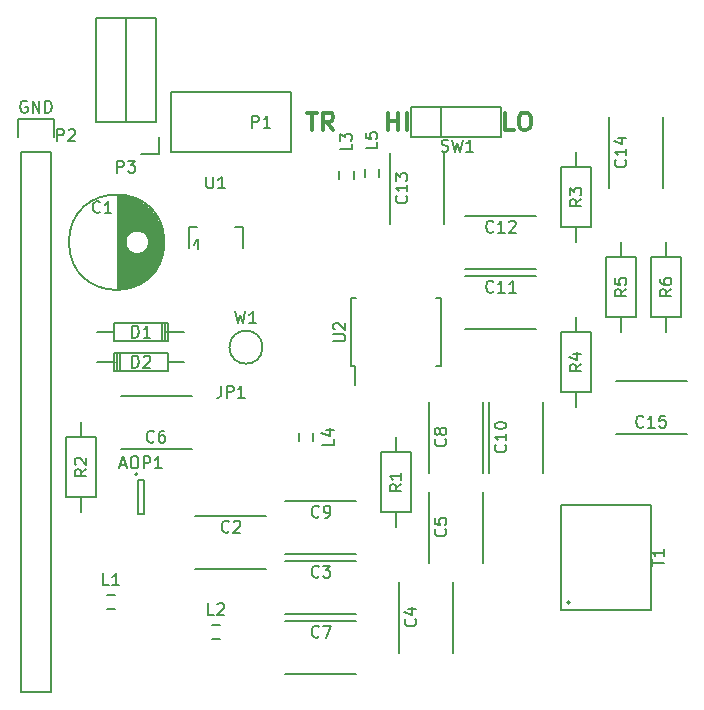
<source format=gto>
G04 #@! TF.FileFunction,Legend,Top*
%FSLAX46Y46*%
G04 Gerber Fmt 4.6, Leading zero omitted, Abs format (unit mm)*
G04 Created by KiCad (PCBNEW 4.0.4+e1-6308~48~ubuntu16.04.1-stable) date Mon Oct 24 16:27:50 2016*
%MOMM*%
%LPD*%
G01*
G04 APERTURE LIST*
%ADD10C,0.100000*%
%ADD11C,0.300000*%
%ADD12C,0.150000*%
G04 APERTURE END LIST*
D10*
D11*
X76811286Y-87038571D02*
X76811286Y-85538571D01*
X76811286Y-86252857D02*
X77668429Y-86252857D01*
X77668429Y-87038571D02*
X77668429Y-85538571D01*
X78382715Y-87038571D02*
X78382715Y-85538571D01*
X87435572Y-87038571D02*
X86721286Y-87038571D01*
X86721286Y-85538571D01*
X88221286Y-85538571D02*
X88507000Y-85538571D01*
X88649858Y-85610000D01*
X88792715Y-85752857D01*
X88864143Y-86038571D01*
X88864143Y-86538571D01*
X88792715Y-86824286D01*
X88649858Y-86967143D01*
X88507000Y-87038571D01*
X88221286Y-87038571D01*
X88078429Y-86967143D01*
X87935572Y-86824286D01*
X87864143Y-86538571D01*
X87864143Y-86038571D01*
X87935572Y-85752857D01*
X88078429Y-85610000D01*
X88221286Y-85538571D01*
X69941429Y-85538571D02*
X70798572Y-85538571D01*
X70370001Y-87038571D02*
X70370001Y-85538571D01*
X72155715Y-87038571D02*
X71655715Y-86324286D01*
X71298572Y-87038571D02*
X71298572Y-85538571D01*
X71870000Y-85538571D01*
X72012858Y-85610000D01*
X72084286Y-85681429D01*
X72155715Y-85824286D01*
X72155715Y-86038571D01*
X72084286Y-86181429D01*
X72012858Y-86252857D01*
X71870000Y-86324286D01*
X71298572Y-86324286D01*
D12*
X55580000Y-116160000D02*
G75*
G03X55580000Y-116160000I-100000J0D01*
G01*
X56130000Y-116660000D02*
X55630000Y-116660000D01*
X56130000Y-119560000D02*
X56130000Y-116660000D01*
X55630000Y-119560000D02*
X56130000Y-119560000D01*
X55630000Y-116660000D02*
X55630000Y-119560000D01*
X53895000Y-92521000D02*
X53895000Y-100519000D01*
X54035000Y-92526000D02*
X54035000Y-100514000D01*
X54175000Y-92536000D02*
X54175000Y-100504000D01*
X54315000Y-92551000D02*
X54315000Y-100489000D01*
X54455000Y-92571000D02*
X54455000Y-100469000D01*
X54595000Y-92596000D02*
X54595000Y-96298000D01*
X54595000Y-96742000D02*
X54595000Y-100444000D01*
X54735000Y-92626000D02*
X54735000Y-95970000D01*
X54735000Y-97070000D02*
X54735000Y-100414000D01*
X54875000Y-92662000D02*
X54875000Y-95801000D01*
X54875000Y-97239000D02*
X54875000Y-100378000D01*
X55015000Y-92703000D02*
X55015000Y-95688000D01*
X55015000Y-97352000D02*
X55015000Y-100337000D01*
X55155000Y-92749000D02*
X55155000Y-95610000D01*
X55155000Y-97430000D02*
X55155000Y-100291000D01*
X55295000Y-92802000D02*
X55295000Y-95559000D01*
X55295000Y-97481000D02*
X55295000Y-100238000D01*
X55435000Y-92861000D02*
X55435000Y-95529000D01*
X55435000Y-97511000D02*
X55435000Y-100179000D01*
X55575000Y-92926000D02*
X55575000Y-95520000D01*
X55575000Y-97520000D02*
X55575000Y-100114000D01*
X55715000Y-92997000D02*
X55715000Y-95531000D01*
X55715000Y-97509000D02*
X55715000Y-100043000D01*
X55855000Y-93076000D02*
X55855000Y-95561000D01*
X55855000Y-97479000D02*
X55855000Y-99964000D01*
X55995000Y-93163000D02*
X55995000Y-95615000D01*
X55995000Y-97425000D02*
X55995000Y-99877000D01*
X56135000Y-93258000D02*
X56135000Y-95695000D01*
X56135000Y-97345000D02*
X56135000Y-99782000D01*
X56275000Y-93362000D02*
X56275000Y-95811000D01*
X56275000Y-97229000D02*
X56275000Y-99678000D01*
X56415000Y-93476000D02*
X56415000Y-95985000D01*
X56415000Y-97055000D02*
X56415000Y-99564000D01*
X56555000Y-93601000D02*
X56555000Y-96347000D01*
X56555000Y-96693000D02*
X56555000Y-99439000D01*
X56695000Y-93739000D02*
X56695000Y-99301000D01*
X56835000Y-93891000D02*
X56835000Y-99149000D01*
X56975000Y-94061000D02*
X56975000Y-98979000D01*
X57115000Y-94252000D02*
X57115000Y-98788000D01*
X57255000Y-94470000D02*
X57255000Y-98570000D01*
X57395000Y-94726000D02*
X57395000Y-98314000D01*
X57535000Y-95037000D02*
X57535000Y-98003000D01*
X57675000Y-95453000D02*
X57675000Y-97587000D01*
X57815000Y-96320000D02*
X57815000Y-96720000D01*
X56570000Y-96520000D02*
G75*
G03X56570000Y-96520000I-1000000J0D01*
G01*
X57857500Y-96520000D02*
G75*
G03X57857500Y-96520000I-4037500J0D01*
G01*
X52070000Y-77530000D02*
X52070000Y-86360000D01*
X54610000Y-77530000D02*
X52070000Y-77530000D01*
X54610000Y-86360000D02*
X54610000Y-77530000D01*
X54610000Y-86360000D02*
X52070000Y-86360000D01*
X57150000Y-86360000D02*
X54610000Y-86360000D01*
X55880000Y-89030000D02*
X57430000Y-89030000D01*
X57430000Y-89030000D02*
X57430000Y-87630000D01*
X57150000Y-86360000D02*
X57150000Y-77530000D01*
X57150000Y-77530000D02*
X54610000Y-77530000D01*
X54610000Y-77530000D02*
X54610000Y-86360000D01*
X78740000Y-87630000D02*
X78740000Y-85090000D01*
X78740000Y-85090000D02*
X86360000Y-85090000D01*
X86360000Y-85090000D02*
X86360000Y-87630000D01*
X86360000Y-87630000D02*
X78740000Y-87630000D01*
X81280000Y-85090000D02*
X81280000Y-87630000D01*
X60330080Y-96720660D02*
X60579000Y-96420940D01*
X60579000Y-96420940D02*
X60680600Y-96271080D01*
X60680600Y-96271080D02*
X60680600Y-97119440D01*
X59979560Y-95219520D02*
X59979560Y-97020380D01*
X59979560Y-95219520D02*
X60629800Y-95219520D01*
X64480440Y-95219520D02*
X64480440Y-97020380D01*
X64480440Y-95219520D02*
X63830200Y-95219520D01*
X66170000Y-105410000D02*
G75*
G03X66170000Y-105410000I-1400000J0D01*
G01*
X58420000Y-83820000D02*
X68580000Y-83820000D01*
X68580000Y-83820000D02*
X68580000Y-88900000D01*
X68580000Y-88900000D02*
X58420000Y-88900000D01*
X58420000Y-88900000D02*
X58420000Y-83820000D01*
X73645000Y-107015000D02*
X73995000Y-107015000D01*
X73645000Y-101265000D02*
X74095000Y-101265000D01*
X81295000Y-101265000D02*
X80845000Y-101265000D01*
X81295000Y-107015000D02*
X80845000Y-107015000D01*
X73645000Y-107015000D02*
X73645000Y-101265000D01*
X81295000Y-107015000D02*
X81295000Y-101265000D01*
X73995000Y-107015000D02*
X73995000Y-108615000D01*
X45720000Y-88900000D02*
X45720000Y-134620000D01*
X45720000Y-134620000D02*
X48260000Y-134620000D01*
X48260000Y-134620000D02*
X48260000Y-88900000D01*
X45440000Y-86080000D02*
X45440000Y-87630000D01*
X45720000Y-88900000D02*
X48260000Y-88900000D01*
X48540000Y-87630000D02*
X48540000Y-86080000D01*
X48540000Y-86080000D02*
X45440000Y-86080000D01*
X92202000Y-127000000D02*
G75*
G03X92202000Y-127000000I-127000J0D01*
G01*
X99060000Y-127635000D02*
X91440000Y-127635000D01*
X91440000Y-127635000D02*
X91440000Y-118745000D01*
X99060000Y-118745000D02*
X99060000Y-127635000D01*
X99060000Y-119380000D02*
X99060000Y-119380000D01*
X91440000Y-118745000D02*
X99060000Y-118745000D01*
X99060000Y-102870000D02*
X99060000Y-97790000D01*
X99060000Y-97790000D02*
X101600000Y-97790000D01*
X101600000Y-97790000D02*
X101600000Y-102870000D01*
X101600000Y-102870000D02*
X99060000Y-102870000D01*
X100330000Y-102870000D02*
X100330000Y-104140000D01*
X100330000Y-97790000D02*
X100330000Y-96520000D01*
X95250000Y-102870000D02*
X95250000Y-97790000D01*
X95250000Y-97790000D02*
X97790000Y-97790000D01*
X97790000Y-97790000D02*
X97790000Y-102870000D01*
X97790000Y-102870000D02*
X95250000Y-102870000D01*
X96520000Y-102870000D02*
X96520000Y-104140000D01*
X96520000Y-97790000D02*
X96520000Y-96520000D01*
X91440000Y-109220000D02*
X91440000Y-104140000D01*
X91440000Y-104140000D02*
X93980000Y-104140000D01*
X93980000Y-104140000D02*
X93980000Y-109220000D01*
X93980000Y-109220000D02*
X91440000Y-109220000D01*
X92710000Y-109220000D02*
X92710000Y-110490000D01*
X92710000Y-104140000D02*
X92710000Y-102870000D01*
X93980000Y-90170000D02*
X93980000Y-95250000D01*
X93980000Y-95250000D02*
X91440000Y-95250000D01*
X91440000Y-95250000D02*
X91440000Y-90170000D01*
X91440000Y-90170000D02*
X93980000Y-90170000D01*
X92710000Y-90170000D02*
X92710000Y-88900000D01*
X92710000Y-95250000D02*
X92710000Y-96520000D01*
X49530000Y-118110000D02*
X49530000Y-113030000D01*
X49530000Y-113030000D02*
X52070000Y-113030000D01*
X52070000Y-113030000D02*
X52070000Y-118110000D01*
X52070000Y-118110000D02*
X49530000Y-118110000D01*
X50800000Y-118110000D02*
X50800000Y-119380000D01*
X50800000Y-113030000D02*
X50800000Y-111760000D01*
X76200000Y-119380000D02*
X76200000Y-114300000D01*
X76200000Y-114300000D02*
X78740000Y-114300000D01*
X78740000Y-114300000D02*
X78740000Y-119380000D01*
X78740000Y-119380000D02*
X76200000Y-119380000D01*
X77470000Y-119380000D02*
X77470000Y-120650000D01*
X77470000Y-114300000D02*
X77470000Y-113030000D01*
X102100000Y-112740000D02*
X96100000Y-112740000D01*
X96100000Y-108240000D02*
X102100000Y-108240000D01*
X95540000Y-91940000D02*
X95540000Y-85940000D01*
X100040000Y-85940000D02*
X100040000Y-91940000D01*
X76998000Y-94988000D02*
X76998000Y-88988000D01*
X81498000Y-88988000D02*
X81498000Y-94988000D01*
X83320000Y-94270000D02*
X89320000Y-94270000D01*
X89320000Y-98770000D02*
X83320000Y-98770000D01*
X83320000Y-99350000D02*
X89320000Y-99350000D01*
X89320000Y-103850000D02*
X83320000Y-103850000D01*
X85380000Y-116070000D02*
X85380000Y-110070000D01*
X89880000Y-110070000D02*
X89880000Y-116070000D01*
X68080000Y-118400000D02*
X74080000Y-118400000D01*
X74080000Y-122900000D02*
X68080000Y-122900000D01*
X80300000Y-116070000D02*
X80300000Y-110070000D01*
X84800000Y-110070000D02*
X84800000Y-116070000D01*
X68080000Y-128560000D02*
X74080000Y-128560000D01*
X74080000Y-133060000D02*
X68080000Y-133060000D01*
X60190000Y-114010000D02*
X54190000Y-114010000D01*
X54190000Y-109510000D02*
X60190000Y-109510000D01*
X80300000Y-123690000D02*
X80300000Y-117690000D01*
X84800000Y-117690000D02*
X84800000Y-123690000D01*
X77760000Y-131310000D02*
X77760000Y-125310000D01*
X82260000Y-125310000D02*
X82260000Y-131310000D01*
X68080000Y-123480000D02*
X74080000Y-123480000D01*
X74080000Y-127980000D02*
X68080000Y-127980000D01*
X60460000Y-119670000D02*
X66460000Y-119670000D01*
X66460000Y-124170000D02*
X60460000Y-124170000D01*
X58166520Y-106677460D02*
X59563520Y-106677460D01*
X53721520Y-106677460D02*
X52197520Y-106677460D01*
X54102520Y-105915460D02*
X54102520Y-107439460D01*
X53848520Y-105915460D02*
X53848520Y-107439460D01*
X53594520Y-106677460D02*
X53594520Y-107439460D01*
X53594520Y-107439460D02*
X58166520Y-107439460D01*
X58166520Y-107439460D02*
X58166520Y-105915460D01*
X58166520Y-105915460D02*
X53594520Y-105915460D01*
X53594520Y-105915460D02*
X53594520Y-106677460D01*
X53593480Y-104142540D02*
X52196480Y-104142540D01*
X58038480Y-104142540D02*
X59562480Y-104142540D01*
X57657480Y-104904540D02*
X57657480Y-103380540D01*
X57911480Y-104904540D02*
X57911480Y-103380540D01*
X58165480Y-104142540D02*
X58165480Y-103380540D01*
X58165480Y-103380540D02*
X53593480Y-103380540D01*
X53593480Y-103380540D02*
X53593480Y-104904540D01*
X53593480Y-104904540D02*
X58165480Y-104904540D01*
X58165480Y-104904540D02*
X58165480Y-104142540D01*
X74838000Y-91028000D02*
X74838000Y-90328000D01*
X76038000Y-90328000D02*
X76038000Y-91028000D01*
X70450000Y-112680000D02*
X70450000Y-113380000D01*
X69250000Y-113380000D02*
X69250000Y-112680000D01*
X72679000Y-91155000D02*
X72679000Y-90455000D01*
X73879000Y-90455000D02*
X73879000Y-91155000D01*
X61880000Y-128940000D02*
X62580000Y-128940000D01*
X62580000Y-130140000D02*
X61880000Y-130140000D01*
X52990000Y-126400000D02*
X53690000Y-126400000D01*
X53690000Y-127600000D02*
X52990000Y-127600000D01*
X54141905Y-115376667D02*
X54618096Y-115376667D01*
X54046667Y-115662381D02*
X54380000Y-114662381D01*
X54713334Y-115662381D01*
X55237143Y-114662381D02*
X55427620Y-114662381D01*
X55522858Y-114710000D01*
X55618096Y-114805238D01*
X55665715Y-114995714D01*
X55665715Y-115329048D01*
X55618096Y-115519524D01*
X55522858Y-115614762D01*
X55427620Y-115662381D01*
X55237143Y-115662381D01*
X55141905Y-115614762D01*
X55046667Y-115519524D01*
X54999048Y-115329048D01*
X54999048Y-114995714D01*
X55046667Y-114805238D01*
X55141905Y-114710000D01*
X55237143Y-114662381D01*
X56094286Y-115662381D02*
X56094286Y-114662381D01*
X56475239Y-114662381D01*
X56570477Y-114710000D01*
X56618096Y-114757619D01*
X56665715Y-114852857D01*
X56665715Y-114995714D01*
X56618096Y-115090952D01*
X56570477Y-115138571D01*
X56475239Y-115186190D01*
X56094286Y-115186190D01*
X57618096Y-115662381D02*
X57046667Y-115662381D01*
X57332381Y-115662381D02*
X57332381Y-114662381D01*
X57237143Y-114805238D01*
X57141905Y-114900476D01*
X57046667Y-114948095D01*
X52411334Y-93956143D02*
X52363715Y-94003762D01*
X52220858Y-94051381D01*
X52125620Y-94051381D01*
X51982762Y-94003762D01*
X51887524Y-93908524D01*
X51839905Y-93813286D01*
X51792286Y-93622810D01*
X51792286Y-93479952D01*
X51839905Y-93289476D01*
X51887524Y-93194238D01*
X51982762Y-93099000D01*
X52125620Y-93051381D01*
X52220858Y-93051381D01*
X52363715Y-93099000D01*
X52411334Y-93146619D01*
X53363715Y-94051381D02*
X52792286Y-94051381D01*
X53078000Y-94051381D02*
X53078000Y-93051381D01*
X52982762Y-93194238D01*
X52887524Y-93289476D01*
X52792286Y-93337095D01*
X62666667Y-108672381D02*
X62666667Y-109386667D01*
X62619047Y-109529524D01*
X62523809Y-109624762D01*
X62380952Y-109672381D01*
X62285714Y-109672381D01*
X63142857Y-109672381D02*
X63142857Y-108672381D01*
X63523810Y-108672381D01*
X63619048Y-108720000D01*
X63666667Y-108767619D01*
X63714286Y-108862857D01*
X63714286Y-109005714D01*
X63666667Y-109100952D01*
X63619048Y-109148571D01*
X63523810Y-109196190D01*
X63142857Y-109196190D01*
X64666667Y-109672381D02*
X64095238Y-109672381D01*
X64380952Y-109672381D02*
X64380952Y-108672381D01*
X64285714Y-108815238D01*
X64190476Y-108910476D01*
X64095238Y-108958095D01*
X53871905Y-90622381D02*
X53871905Y-89622381D01*
X54252858Y-89622381D01*
X54348096Y-89670000D01*
X54395715Y-89717619D01*
X54443334Y-89812857D01*
X54443334Y-89955714D01*
X54395715Y-90050952D01*
X54348096Y-90098571D01*
X54252858Y-90146190D01*
X53871905Y-90146190D01*
X54776667Y-89622381D02*
X55395715Y-89622381D01*
X55062381Y-90003333D01*
X55205239Y-90003333D01*
X55300477Y-90050952D01*
X55348096Y-90098571D01*
X55395715Y-90193810D01*
X55395715Y-90431905D01*
X55348096Y-90527143D01*
X55300477Y-90574762D01*
X55205239Y-90622381D01*
X54919524Y-90622381D01*
X54824286Y-90574762D01*
X54776667Y-90527143D01*
X81343667Y-88796762D02*
X81486524Y-88844381D01*
X81724620Y-88844381D01*
X81819858Y-88796762D01*
X81867477Y-88749143D01*
X81915096Y-88653905D01*
X81915096Y-88558667D01*
X81867477Y-88463429D01*
X81819858Y-88415810D01*
X81724620Y-88368190D01*
X81534143Y-88320571D01*
X81438905Y-88272952D01*
X81391286Y-88225333D01*
X81343667Y-88130095D01*
X81343667Y-88034857D01*
X81391286Y-87939619D01*
X81438905Y-87892000D01*
X81534143Y-87844381D01*
X81772239Y-87844381D01*
X81915096Y-87892000D01*
X82248429Y-87844381D02*
X82486524Y-88844381D01*
X82677001Y-88130095D01*
X82867477Y-88844381D01*
X83105572Y-87844381D01*
X84010334Y-88844381D02*
X83438905Y-88844381D01*
X83724619Y-88844381D02*
X83724619Y-87844381D01*
X83629381Y-87987238D01*
X83534143Y-88082476D01*
X83438905Y-88130095D01*
X61417295Y-90971121D02*
X61417295Y-91780645D01*
X61464914Y-91875883D01*
X61512533Y-91923502D01*
X61607771Y-91971121D01*
X61798248Y-91971121D01*
X61893486Y-91923502D01*
X61941105Y-91875883D01*
X61988724Y-91780645D01*
X61988724Y-90971121D01*
X62988724Y-91971121D02*
X62417295Y-91971121D01*
X62703009Y-91971121D02*
X62703009Y-90971121D01*
X62607771Y-91113978D01*
X62512533Y-91209216D01*
X62417295Y-91256835D01*
X63865238Y-102362381D02*
X64103333Y-103362381D01*
X64293810Y-102648095D01*
X64484286Y-103362381D01*
X64722381Y-102362381D01*
X65627143Y-103362381D02*
X65055714Y-103362381D01*
X65341428Y-103362381D02*
X65341428Y-102362381D01*
X65246190Y-102505238D01*
X65150952Y-102600476D01*
X65055714Y-102648095D01*
X65301905Y-86812381D02*
X65301905Y-85812381D01*
X65682858Y-85812381D01*
X65778096Y-85860000D01*
X65825715Y-85907619D01*
X65873334Y-86002857D01*
X65873334Y-86145714D01*
X65825715Y-86240952D01*
X65778096Y-86288571D01*
X65682858Y-86336190D01*
X65301905Y-86336190D01*
X66825715Y-86812381D02*
X66254286Y-86812381D01*
X66540000Y-86812381D02*
X66540000Y-85812381D01*
X66444762Y-85955238D01*
X66349524Y-86050476D01*
X66254286Y-86098095D01*
X72172381Y-104901905D02*
X72981905Y-104901905D01*
X73077143Y-104854286D01*
X73124762Y-104806667D01*
X73172381Y-104711429D01*
X73172381Y-104520952D01*
X73124762Y-104425714D01*
X73077143Y-104378095D01*
X72981905Y-104330476D01*
X72172381Y-104330476D01*
X72267619Y-103901905D02*
X72220000Y-103854286D01*
X72172381Y-103759048D01*
X72172381Y-103520952D01*
X72220000Y-103425714D01*
X72267619Y-103378095D01*
X72362857Y-103330476D01*
X72458095Y-103330476D01*
X72600952Y-103378095D01*
X73172381Y-103949524D01*
X73172381Y-103330476D01*
X48791905Y-87955381D02*
X48791905Y-86955381D01*
X49172858Y-86955381D01*
X49268096Y-87003000D01*
X49315715Y-87050619D01*
X49363334Y-87145857D01*
X49363334Y-87288714D01*
X49315715Y-87383952D01*
X49268096Y-87431571D01*
X49172858Y-87479190D01*
X48791905Y-87479190D01*
X49744286Y-87050619D02*
X49791905Y-87003000D01*
X49887143Y-86955381D01*
X50125239Y-86955381D01*
X50220477Y-87003000D01*
X50268096Y-87050619D01*
X50315715Y-87145857D01*
X50315715Y-87241095D01*
X50268096Y-87383952D01*
X49696667Y-87955381D01*
X50315715Y-87955381D01*
X46228096Y-84590000D02*
X46132858Y-84542381D01*
X45990001Y-84542381D01*
X45847143Y-84590000D01*
X45751905Y-84685238D01*
X45704286Y-84780476D01*
X45656667Y-84970952D01*
X45656667Y-85113810D01*
X45704286Y-85304286D01*
X45751905Y-85399524D01*
X45847143Y-85494762D01*
X45990001Y-85542381D01*
X46085239Y-85542381D01*
X46228096Y-85494762D01*
X46275715Y-85447143D01*
X46275715Y-85113810D01*
X46085239Y-85113810D01*
X46704286Y-85542381D02*
X46704286Y-84542381D01*
X47275715Y-85542381D01*
X47275715Y-84542381D01*
X47751905Y-85542381D02*
X47751905Y-84542381D01*
X47990000Y-84542381D01*
X48132858Y-84590000D01*
X48228096Y-84685238D01*
X48275715Y-84780476D01*
X48323334Y-84970952D01*
X48323334Y-85113810D01*
X48275715Y-85304286D01*
X48228096Y-85399524D01*
X48132858Y-85494762D01*
X47990000Y-85542381D01*
X47751905Y-85542381D01*
X99147381Y-123951905D02*
X99147381Y-123380476D01*
X100147381Y-123666191D02*
X99147381Y-123666191D01*
X100147381Y-122523333D02*
X100147381Y-123094762D01*
X100147381Y-122809048D02*
X99147381Y-122809048D01*
X99290238Y-122904286D01*
X99385476Y-122999524D01*
X99433095Y-123094762D01*
X100782381Y-100496666D02*
X100306190Y-100830000D01*
X100782381Y-101068095D02*
X99782381Y-101068095D01*
X99782381Y-100687142D01*
X99830000Y-100591904D01*
X99877619Y-100544285D01*
X99972857Y-100496666D01*
X100115714Y-100496666D01*
X100210952Y-100544285D01*
X100258571Y-100591904D01*
X100306190Y-100687142D01*
X100306190Y-101068095D01*
X99782381Y-99639523D02*
X99782381Y-99830000D01*
X99830000Y-99925238D01*
X99877619Y-99972857D01*
X100020476Y-100068095D01*
X100210952Y-100115714D01*
X100591905Y-100115714D01*
X100687143Y-100068095D01*
X100734762Y-100020476D01*
X100782381Y-99925238D01*
X100782381Y-99734761D01*
X100734762Y-99639523D01*
X100687143Y-99591904D01*
X100591905Y-99544285D01*
X100353810Y-99544285D01*
X100258571Y-99591904D01*
X100210952Y-99639523D01*
X100163333Y-99734761D01*
X100163333Y-99925238D01*
X100210952Y-100020476D01*
X100258571Y-100068095D01*
X100353810Y-100115714D01*
X96972381Y-100496666D02*
X96496190Y-100830000D01*
X96972381Y-101068095D02*
X95972381Y-101068095D01*
X95972381Y-100687142D01*
X96020000Y-100591904D01*
X96067619Y-100544285D01*
X96162857Y-100496666D01*
X96305714Y-100496666D01*
X96400952Y-100544285D01*
X96448571Y-100591904D01*
X96496190Y-100687142D01*
X96496190Y-101068095D01*
X95972381Y-99591904D02*
X95972381Y-100068095D01*
X96448571Y-100115714D01*
X96400952Y-100068095D01*
X96353333Y-99972857D01*
X96353333Y-99734761D01*
X96400952Y-99639523D01*
X96448571Y-99591904D01*
X96543810Y-99544285D01*
X96781905Y-99544285D01*
X96877143Y-99591904D01*
X96924762Y-99639523D01*
X96972381Y-99734761D01*
X96972381Y-99972857D01*
X96924762Y-100068095D01*
X96877143Y-100115714D01*
X93162381Y-106846666D02*
X92686190Y-107180000D01*
X93162381Y-107418095D02*
X92162381Y-107418095D01*
X92162381Y-107037142D01*
X92210000Y-106941904D01*
X92257619Y-106894285D01*
X92352857Y-106846666D01*
X92495714Y-106846666D01*
X92590952Y-106894285D01*
X92638571Y-106941904D01*
X92686190Y-107037142D01*
X92686190Y-107418095D01*
X92495714Y-105989523D02*
X93162381Y-105989523D01*
X92114762Y-106227619D02*
X92829048Y-106465714D01*
X92829048Y-105846666D01*
X93162381Y-92876666D02*
X92686190Y-93210000D01*
X93162381Y-93448095D02*
X92162381Y-93448095D01*
X92162381Y-93067142D01*
X92210000Y-92971904D01*
X92257619Y-92924285D01*
X92352857Y-92876666D01*
X92495714Y-92876666D01*
X92590952Y-92924285D01*
X92638571Y-92971904D01*
X92686190Y-93067142D01*
X92686190Y-93448095D01*
X92162381Y-92543333D02*
X92162381Y-91924285D01*
X92543333Y-92257619D01*
X92543333Y-92114761D01*
X92590952Y-92019523D01*
X92638571Y-91971904D01*
X92733810Y-91924285D01*
X92971905Y-91924285D01*
X93067143Y-91971904D01*
X93114762Y-92019523D01*
X93162381Y-92114761D01*
X93162381Y-92400476D01*
X93114762Y-92495714D01*
X93067143Y-92543333D01*
X51252381Y-115736666D02*
X50776190Y-116070000D01*
X51252381Y-116308095D02*
X50252381Y-116308095D01*
X50252381Y-115927142D01*
X50300000Y-115831904D01*
X50347619Y-115784285D01*
X50442857Y-115736666D01*
X50585714Y-115736666D01*
X50680952Y-115784285D01*
X50728571Y-115831904D01*
X50776190Y-115927142D01*
X50776190Y-116308095D01*
X50347619Y-115355714D02*
X50300000Y-115308095D01*
X50252381Y-115212857D01*
X50252381Y-114974761D01*
X50300000Y-114879523D01*
X50347619Y-114831904D01*
X50442857Y-114784285D01*
X50538095Y-114784285D01*
X50680952Y-114831904D01*
X51252381Y-115403333D01*
X51252381Y-114784285D01*
X77922381Y-117006666D02*
X77446190Y-117340000D01*
X77922381Y-117578095D02*
X76922381Y-117578095D01*
X76922381Y-117197142D01*
X76970000Y-117101904D01*
X77017619Y-117054285D01*
X77112857Y-117006666D01*
X77255714Y-117006666D01*
X77350952Y-117054285D01*
X77398571Y-117101904D01*
X77446190Y-117197142D01*
X77446190Y-117578095D01*
X77922381Y-116054285D02*
X77922381Y-116625714D01*
X77922381Y-116340000D02*
X76922381Y-116340000D01*
X77065238Y-116435238D01*
X77160476Y-116530476D01*
X77208095Y-116625714D01*
X98417143Y-112117143D02*
X98369524Y-112164762D01*
X98226667Y-112212381D01*
X98131429Y-112212381D01*
X97988571Y-112164762D01*
X97893333Y-112069524D01*
X97845714Y-111974286D01*
X97798095Y-111783810D01*
X97798095Y-111640952D01*
X97845714Y-111450476D01*
X97893333Y-111355238D01*
X97988571Y-111260000D01*
X98131429Y-111212381D01*
X98226667Y-111212381D01*
X98369524Y-111260000D01*
X98417143Y-111307619D01*
X99369524Y-112212381D02*
X98798095Y-112212381D01*
X99083809Y-112212381D02*
X99083809Y-111212381D01*
X98988571Y-111355238D01*
X98893333Y-111450476D01*
X98798095Y-111498095D01*
X100274286Y-111212381D02*
X99798095Y-111212381D01*
X99750476Y-111688571D01*
X99798095Y-111640952D01*
X99893333Y-111593333D01*
X100131429Y-111593333D01*
X100226667Y-111640952D01*
X100274286Y-111688571D01*
X100321905Y-111783810D01*
X100321905Y-112021905D01*
X100274286Y-112117143D01*
X100226667Y-112164762D01*
X100131429Y-112212381D01*
X99893333Y-112212381D01*
X99798095Y-112164762D01*
X99750476Y-112117143D01*
X96877143Y-89542857D02*
X96924762Y-89590476D01*
X96972381Y-89733333D01*
X96972381Y-89828571D01*
X96924762Y-89971429D01*
X96829524Y-90066667D01*
X96734286Y-90114286D01*
X96543810Y-90161905D01*
X96400952Y-90161905D01*
X96210476Y-90114286D01*
X96115238Y-90066667D01*
X96020000Y-89971429D01*
X95972381Y-89828571D01*
X95972381Y-89733333D01*
X96020000Y-89590476D01*
X96067619Y-89542857D01*
X96972381Y-88590476D02*
X96972381Y-89161905D01*
X96972381Y-88876191D02*
X95972381Y-88876191D01*
X96115238Y-88971429D01*
X96210476Y-89066667D01*
X96258095Y-89161905D01*
X96305714Y-87733333D02*
X96972381Y-87733333D01*
X95924762Y-87971429D02*
X96639048Y-88209524D01*
X96639048Y-87590476D01*
X78335143Y-92590857D02*
X78382762Y-92638476D01*
X78430381Y-92781333D01*
X78430381Y-92876571D01*
X78382762Y-93019429D01*
X78287524Y-93114667D01*
X78192286Y-93162286D01*
X78001810Y-93209905D01*
X77858952Y-93209905D01*
X77668476Y-93162286D01*
X77573238Y-93114667D01*
X77478000Y-93019429D01*
X77430381Y-92876571D01*
X77430381Y-92781333D01*
X77478000Y-92638476D01*
X77525619Y-92590857D01*
X78430381Y-91638476D02*
X78430381Y-92209905D01*
X78430381Y-91924191D02*
X77430381Y-91924191D01*
X77573238Y-92019429D01*
X77668476Y-92114667D01*
X77716095Y-92209905D01*
X77430381Y-91305143D02*
X77430381Y-90686095D01*
X77811333Y-91019429D01*
X77811333Y-90876571D01*
X77858952Y-90781333D01*
X77906571Y-90733714D01*
X78001810Y-90686095D01*
X78239905Y-90686095D01*
X78335143Y-90733714D01*
X78382762Y-90781333D01*
X78430381Y-90876571D01*
X78430381Y-91162286D01*
X78382762Y-91257524D01*
X78335143Y-91305143D01*
X85717143Y-95607143D02*
X85669524Y-95654762D01*
X85526667Y-95702381D01*
X85431429Y-95702381D01*
X85288571Y-95654762D01*
X85193333Y-95559524D01*
X85145714Y-95464286D01*
X85098095Y-95273810D01*
X85098095Y-95130952D01*
X85145714Y-94940476D01*
X85193333Y-94845238D01*
X85288571Y-94750000D01*
X85431429Y-94702381D01*
X85526667Y-94702381D01*
X85669524Y-94750000D01*
X85717143Y-94797619D01*
X86669524Y-95702381D02*
X86098095Y-95702381D01*
X86383809Y-95702381D02*
X86383809Y-94702381D01*
X86288571Y-94845238D01*
X86193333Y-94940476D01*
X86098095Y-94988095D01*
X87050476Y-94797619D02*
X87098095Y-94750000D01*
X87193333Y-94702381D01*
X87431429Y-94702381D01*
X87526667Y-94750000D01*
X87574286Y-94797619D01*
X87621905Y-94892857D01*
X87621905Y-94988095D01*
X87574286Y-95130952D01*
X87002857Y-95702381D01*
X87621905Y-95702381D01*
X85717143Y-100687143D02*
X85669524Y-100734762D01*
X85526667Y-100782381D01*
X85431429Y-100782381D01*
X85288571Y-100734762D01*
X85193333Y-100639524D01*
X85145714Y-100544286D01*
X85098095Y-100353810D01*
X85098095Y-100210952D01*
X85145714Y-100020476D01*
X85193333Y-99925238D01*
X85288571Y-99830000D01*
X85431429Y-99782381D01*
X85526667Y-99782381D01*
X85669524Y-99830000D01*
X85717143Y-99877619D01*
X86669524Y-100782381D02*
X86098095Y-100782381D01*
X86383809Y-100782381D02*
X86383809Y-99782381D01*
X86288571Y-99925238D01*
X86193333Y-100020476D01*
X86098095Y-100068095D01*
X87621905Y-100782381D02*
X87050476Y-100782381D01*
X87336190Y-100782381D02*
X87336190Y-99782381D01*
X87240952Y-99925238D01*
X87145714Y-100020476D01*
X87050476Y-100068095D01*
X86717143Y-113672857D02*
X86764762Y-113720476D01*
X86812381Y-113863333D01*
X86812381Y-113958571D01*
X86764762Y-114101429D01*
X86669524Y-114196667D01*
X86574286Y-114244286D01*
X86383810Y-114291905D01*
X86240952Y-114291905D01*
X86050476Y-114244286D01*
X85955238Y-114196667D01*
X85860000Y-114101429D01*
X85812381Y-113958571D01*
X85812381Y-113863333D01*
X85860000Y-113720476D01*
X85907619Y-113672857D01*
X86812381Y-112720476D02*
X86812381Y-113291905D01*
X86812381Y-113006191D02*
X85812381Y-113006191D01*
X85955238Y-113101429D01*
X86050476Y-113196667D01*
X86098095Y-113291905D01*
X85812381Y-112101429D02*
X85812381Y-112006190D01*
X85860000Y-111910952D01*
X85907619Y-111863333D01*
X86002857Y-111815714D01*
X86193333Y-111768095D01*
X86431429Y-111768095D01*
X86621905Y-111815714D01*
X86717143Y-111863333D01*
X86764762Y-111910952D01*
X86812381Y-112006190D01*
X86812381Y-112101429D01*
X86764762Y-112196667D01*
X86717143Y-112244286D01*
X86621905Y-112291905D01*
X86431429Y-112339524D01*
X86193333Y-112339524D01*
X86002857Y-112291905D01*
X85907619Y-112244286D01*
X85860000Y-112196667D01*
X85812381Y-112101429D01*
X70953334Y-119737143D02*
X70905715Y-119784762D01*
X70762858Y-119832381D01*
X70667620Y-119832381D01*
X70524762Y-119784762D01*
X70429524Y-119689524D01*
X70381905Y-119594286D01*
X70334286Y-119403810D01*
X70334286Y-119260952D01*
X70381905Y-119070476D01*
X70429524Y-118975238D01*
X70524762Y-118880000D01*
X70667620Y-118832381D01*
X70762858Y-118832381D01*
X70905715Y-118880000D01*
X70953334Y-118927619D01*
X71429524Y-119832381D02*
X71620000Y-119832381D01*
X71715239Y-119784762D01*
X71762858Y-119737143D01*
X71858096Y-119594286D01*
X71905715Y-119403810D01*
X71905715Y-119022857D01*
X71858096Y-118927619D01*
X71810477Y-118880000D01*
X71715239Y-118832381D01*
X71524762Y-118832381D01*
X71429524Y-118880000D01*
X71381905Y-118927619D01*
X71334286Y-119022857D01*
X71334286Y-119260952D01*
X71381905Y-119356190D01*
X71429524Y-119403810D01*
X71524762Y-119451429D01*
X71715239Y-119451429D01*
X71810477Y-119403810D01*
X71858096Y-119356190D01*
X71905715Y-119260952D01*
X81637143Y-113196666D02*
X81684762Y-113244285D01*
X81732381Y-113387142D01*
X81732381Y-113482380D01*
X81684762Y-113625238D01*
X81589524Y-113720476D01*
X81494286Y-113768095D01*
X81303810Y-113815714D01*
X81160952Y-113815714D01*
X80970476Y-113768095D01*
X80875238Y-113720476D01*
X80780000Y-113625238D01*
X80732381Y-113482380D01*
X80732381Y-113387142D01*
X80780000Y-113244285D01*
X80827619Y-113196666D01*
X81160952Y-112625238D02*
X81113333Y-112720476D01*
X81065714Y-112768095D01*
X80970476Y-112815714D01*
X80922857Y-112815714D01*
X80827619Y-112768095D01*
X80780000Y-112720476D01*
X80732381Y-112625238D01*
X80732381Y-112434761D01*
X80780000Y-112339523D01*
X80827619Y-112291904D01*
X80922857Y-112244285D01*
X80970476Y-112244285D01*
X81065714Y-112291904D01*
X81113333Y-112339523D01*
X81160952Y-112434761D01*
X81160952Y-112625238D01*
X81208571Y-112720476D01*
X81256190Y-112768095D01*
X81351429Y-112815714D01*
X81541905Y-112815714D01*
X81637143Y-112768095D01*
X81684762Y-112720476D01*
X81732381Y-112625238D01*
X81732381Y-112434761D01*
X81684762Y-112339523D01*
X81637143Y-112291904D01*
X81541905Y-112244285D01*
X81351429Y-112244285D01*
X81256190Y-112291904D01*
X81208571Y-112339523D01*
X81160952Y-112434761D01*
X70953334Y-129897143D02*
X70905715Y-129944762D01*
X70762858Y-129992381D01*
X70667620Y-129992381D01*
X70524762Y-129944762D01*
X70429524Y-129849524D01*
X70381905Y-129754286D01*
X70334286Y-129563810D01*
X70334286Y-129420952D01*
X70381905Y-129230476D01*
X70429524Y-129135238D01*
X70524762Y-129040000D01*
X70667620Y-128992381D01*
X70762858Y-128992381D01*
X70905715Y-129040000D01*
X70953334Y-129087619D01*
X71286667Y-128992381D02*
X71953334Y-128992381D01*
X71524762Y-129992381D01*
X56983334Y-113387143D02*
X56935715Y-113434762D01*
X56792858Y-113482381D01*
X56697620Y-113482381D01*
X56554762Y-113434762D01*
X56459524Y-113339524D01*
X56411905Y-113244286D01*
X56364286Y-113053810D01*
X56364286Y-112910952D01*
X56411905Y-112720476D01*
X56459524Y-112625238D01*
X56554762Y-112530000D01*
X56697620Y-112482381D01*
X56792858Y-112482381D01*
X56935715Y-112530000D01*
X56983334Y-112577619D01*
X57840477Y-112482381D02*
X57650000Y-112482381D01*
X57554762Y-112530000D01*
X57507143Y-112577619D01*
X57411905Y-112720476D01*
X57364286Y-112910952D01*
X57364286Y-113291905D01*
X57411905Y-113387143D01*
X57459524Y-113434762D01*
X57554762Y-113482381D01*
X57745239Y-113482381D01*
X57840477Y-113434762D01*
X57888096Y-113387143D01*
X57935715Y-113291905D01*
X57935715Y-113053810D01*
X57888096Y-112958571D01*
X57840477Y-112910952D01*
X57745239Y-112863333D01*
X57554762Y-112863333D01*
X57459524Y-112910952D01*
X57411905Y-112958571D01*
X57364286Y-113053810D01*
X81637143Y-120816666D02*
X81684762Y-120864285D01*
X81732381Y-121007142D01*
X81732381Y-121102380D01*
X81684762Y-121245238D01*
X81589524Y-121340476D01*
X81494286Y-121388095D01*
X81303810Y-121435714D01*
X81160952Y-121435714D01*
X80970476Y-121388095D01*
X80875238Y-121340476D01*
X80780000Y-121245238D01*
X80732381Y-121102380D01*
X80732381Y-121007142D01*
X80780000Y-120864285D01*
X80827619Y-120816666D01*
X80732381Y-119911904D02*
X80732381Y-120388095D01*
X81208571Y-120435714D01*
X81160952Y-120388095D01*
X81113333Y-120292857D01*
X81113333Y-120054761D01*
X81160952Y-119959523D01*
X81208571Y-119911904D01*
X81303810Y-119864285D01*
X81541905Y-119864285D01*
X81637143Y-119911904D01*
X81684762Y-119959523D01*
X81732381Y-120054761D01*
X81732381Y-120292857D01*
X81684762Y-120388095D01*
X81637143Y-120435714D01*
X79097143Y-128436666D02*
X79144762Y-128484285D01*
X79192381Y-128627142D01*
X79192381Y-128722380D01*
X79144762Y-128865238D01*
X79049524Y-128960476D01*
X78954286Y-129008095D01*
X78763810Y-129055714D01*
X78620952Y-129055714D01*
X78430476Y-129008095D01*
X78335238Y-128960476D01*
X78240000Y-128865238D01*
X78192381Y-128722380D01*
X78192381Y-128627142D01*
X78240000Y-128484285D01*
X78287619Y-128436666D01*
X78525714Y-127579523D02*
X79192381Y-127579523D01*
X78144762Y-127817619D02*
X78859048Y-128055714D01*
X78859048Y-127436666D01*
X70953334Y-124817143D02*
X70905715Y-124864762D01*
X70762858Y-124912381D01*
X70667620Y-124912381D01*
X70524762Y-124864762D01*
X70429524Y-124769524D01*
X70381905Y-124674286D01*
X70334286Y-124483810D01*
X70334286Y-124340952D01*
X70381905Y-124150476D01*
X70429524Y-124055238D01*
X70524762Y-123960000D01*
X70667620Y-123912381D01*
X70762858Y-123912381D01*
X70905715Y-123960000D01*
X70953334Y-124007619D01*
X71286667Y-123912381D02*
X71905715Y-123912381D01*
X71572381Y-124293333D01*
X71715239Y-124293333D01*
X71810477Y-124340952D01*
X71858096Y-124388571D01*
X71905715Y-124483810D01*
X71905715Y-124721905D01*
X71858096Y-124817143D01*
X71810477Y-124864762D01*
X71715239Y-124912381D01*
X71429524Y-124912381D01*
X71334286Y-124864762D01*
X71286667Y-124817143D01*
X63333334Y-121007143D02*
X63285715Y-121054762D01*
X63142858Y-121102381D01*
X63047620Y-121102381D01*
X62904762Y-121054762D01*
X62809524Y-120959524D01*
X62761905Y-120864286D01*
X62714286Y-120673810D01*
X62714286Y-120530952D01*
X62761905Y-120340476D01*
X62809524Y-120245238D01*
X62904762Y-120150000D01*
X63047620Y-120102381D01*
X63142858Y-120102381D01*
X63285715Y-120150000D01*
X63333334Y-120197619D01*
X63714286Y-120197619D02*
X63761905Y-120150000D01*
X63857143Y-120102381D01*
X64095239Y-120102381D01*
X64190477Y-120150000D01*
X64238096Y-120197619D01*
X64285715Y-120292857D01*
X64285715Y-120388095D01*
X64238096Y-120530952D01*
X63666667Y-121102381D01*
X64285715Y-121102381D01*
X55141905Y-107132381D02*
X55141905Y-106132381D01*
X55380000Y-106132381D01*
X55522858Y-106180000D01*
X55618096Y-106275238D01*
X55665715Y-106370476D01*
X55713334Y-106560952D01*
X55713334Y-106703810D01*
X55665715Y-106894286D01*
X55618096Y-106989524D01*
X55522858Y-107084762D01*
X55380000Y-107132381D01*
X55141905Y-107132381D01*
X56094286Y-106227619D02*
X56141905Y-106180000D01*
X56237143Y-106132381D01*
X56475239Y-106132381D01*
X56570477Y-106180000D01*
X56618096Y-106227619D01*
X56665715Y-106322857D01*
X56665715Y-106418095D01*
X56618096Y-106560952D01*
X56046667Y-107132381D01*
X56665715Y-107132381D01*
X55141905Y-104592381D02*
X55141905Y-103592381D01*
X55380000Y-103592381D01*
X55522858Y-103640000D01*
X55618096Y-103735238D01*
X55665715Y-103830476D01*
X55713334Y-104020952D01*
X55713334Y-104163810D01*
X55665715Y-104354286D01*
X55618096Y-104449524D01*
X55522858Y-104544762D01*
X55380000Y-104592381D01*
X55141905Y-104592381D01*
X56665715Y-104592381D02*
X56094286Y-104592381D01*
X56380000Y-104592381D02*
X56380000Y-103592381D01*
X56284762Y-103735238D01*
X56189524Y-103830476D01*
X56094286Y-103878095D01*
X75890381Y-88050666D02*
X75890381Y-88526857D01*
X74890381Y-88526857D01*
X74890381Y-87241142D02*
X74890381Y-87717333D01*
X75366571Y-87764952D01*
X75318952Y-87717333D01*
X75271333Y-87622095D01*
X75271333Y-87383999D01*
X75318952Y-87288761D01*
X75366571Y-87241142D01*
X75461810Y-87193523D01*
X75699905Y-87193523D01*
X75795143Y-87241142D01*
X75842762Y-87288761D01*
X75890381Y-87383999D01*
X75890381Y-87622095D01*
X75842762Y-87717333D01*
X75795143Y-87764952D01*
X72202381Y-113196666D02*
X72202381Y-113672857D01*
X71202381Y-113672857D01*
X71535714Y-112434761D02*
X72202381Y-112434761D01*
X71154762Y-112672857D02*
X71869048Y-112910952D01*
X71869048Y-112291904D01*
X73731381Y-88177666D02*
X73731381Y-88653857D01*
X72731381Y-88653857D01*
X72731381Y-87939571D02*
X72731381Y-87320523D01*
X73112333Y-87653857D01*
X73112333Y-87510999D01*
X73159952Y-87415761D01*
X73207571Y-87368142D01*
X73302810Y-87320523D01*
X73540905Y-87320523D01*
X73636143Y-87368142D01*
X73683762Y-87415761D01*
X73731381Y-87510999D01*
X73731381Y-87796714D01*
X73683762Y-87891952D01*
X73636143Y-87939571D01*
X62063334Y-128092381D02*
X61587143Y-128092381D01*
X61587143Y-127092381D01*
X62349048Y-127187619D02*
X62396667Y-127140000D01*
X62491905Y-127092381D01*
X62730001Y-127092381D01*
X62825239Y-127140000D01*
X62872858Y-127187619D01*
X62920477Y-127282857D01*
X62920477Y-127378095D01*
X62872858Y-127520952D01*
X62301429Y-128092381D01*
X62920477Y-128092381D01*
X53173334Y-125552381D02*
X52697143Y-125552381D01*
X52697143Y-124552381D01*
X54030477Y-125552381D02*
X53459048Y-125552381D01*
X53744762Y-125552381D02*
X53744762Y-124552381D01*
X53649524Y-124695238D01*
X53554286Y-124790476D01*
X53459048Y-124838095D01*
M02*

</source>
